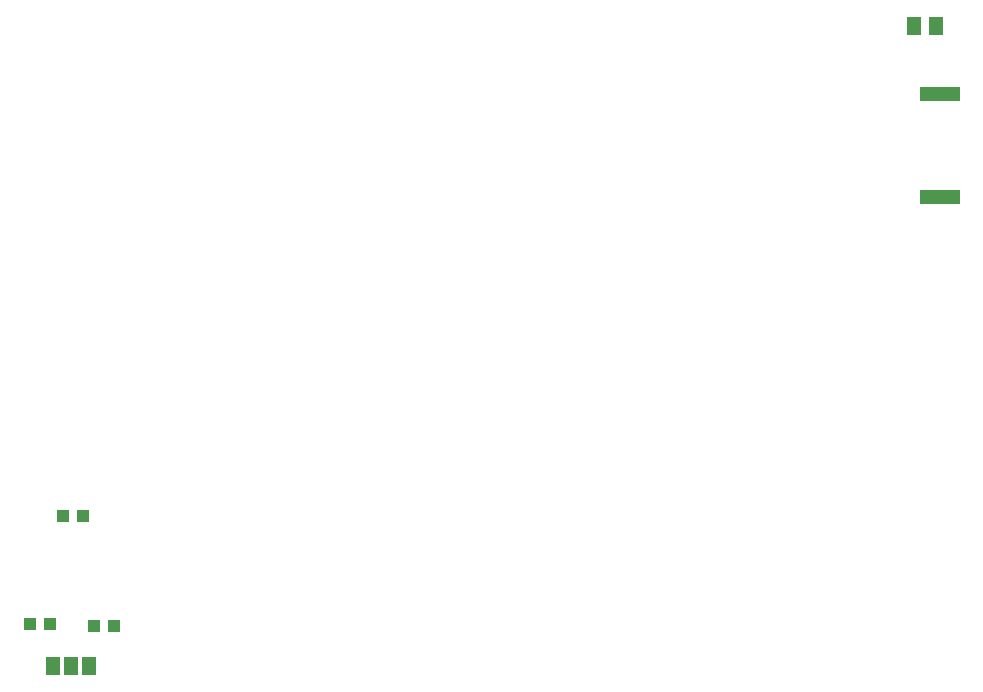
<source format=gbr>
G04 EAGLE Gerber X2 export*
%TF.Part,Single*%
%TF.FileFunction,Paste,Bot*%
%TF.FilePolarity,Positive*%
%TF.GenerationSoftware,Autodesk,EAGLE,9.0.0*%
%TF.CreationDate,2018-05-04T20:30:49Z*%
G75*
%MOMM*%
%FSLAX34Y34*%
%LPD*%
%AMOC8*
5,1,8,0,0,1.08239X$1,22.5*%
G01*
%ADD10R,1.100000X1.000000*%
%ADD11R,3.400000X1.300000*%
%ADD12R,1.168400X1.600200*%
%ADD13R,1.300000X1.600000*%


D10*
X146440Y448310D03*
X163440Y448310D03*
D11*
X889000Y805500D03*
X889000Y718500D03*
D10*
X173110Y355600D03*
X190110Y355600D03*
X118500Y356870D03*
X135500Y356870D03*
D12*
X138430Y321310D03*
X153670Y321310D03*
X168910Y321310D03*
D13*
X866800Y863600D03*
X885800Y863600D03*
M02*

</source>
